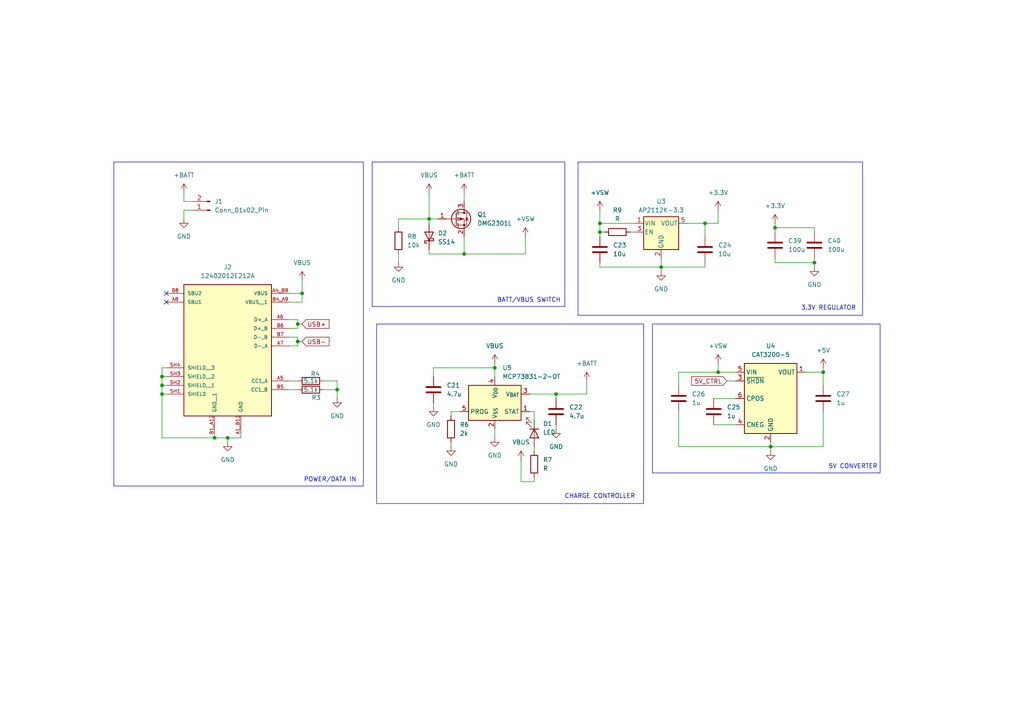
<source format=kicad_sch>
(kicad_sch (version 20231120) (generator "eeschema") (generator_version "8.0")
  (paper "A4")
  (lib_symbols
    (symbol "12402012E212A:12402012E212A" (pin_names (offset 1.016))
      (property "Reference" "J2" (at 0 17.78 0))
      (property "Value" "12402012E212A" (at 0 15.24 0))
      (symbol "12402012E212A_0_0"
        (rectangle (start -12.7 -25.4) (end 12.7 12.7) (stroke (width 0.254)) (fill (type background)))
        (pin power_in line (at 3.81 -30.48 90) (length 5.08) (name "GND") (number "A1_B12"))
        (pin power_in line (at 17.78 10.16 180) (length 5.08) (name "VBUS") (number "A4_B9"))
        (pin bidirectional line (at 17.78 -15.24 180) (length 5.08) (name "CC1_A") (number "A5"))
        (pin bidirectional line (at 17.78 2.54 180) (length 5.08) (name "D+_A") (number "A6"))
        (pin bidirectional line (at 17.78 -5.08 180) (length 5.08) (name "D-_A") (number "A7"))
        (pin bidirectional line (at -17.78 7.62 0) (length 5.08) (name "SBU1") (number "A8"))
        (pin power_in line (at -3.81 -30.48 90) (length 5.08) (name "GND__1") (number "B1_A12"))
        (pin power_in line (at 17.78 7.62 180) (length 5.08) (name "VBUS__1") (number "B4_A9"))
        (pin bidirectional line (at 17.78 -17.78 180) (length 5.08) (name "CC1_B") (number "B5"))
        (pin bidirectional line (at 17.78 0 180) (length 5.08) (name "D+_B") (number "B6"))
        (pin bidirectional line (at 17.78 -2.54 180) (length 5.08) (name "D-_B") (number "B7"))
        (pin bidirectional line (at -17.78 10.16 0) (length 5.08) (name "SBU2") (number "B8"))
        (pin passive line (at -17.78 -19.05 0) (length 5.08) (name "SHIELD") (number "SH1"))
        (pin passive line (at -17.78 -16.51 0) (length 5.08) (name "SHIELD__1") (number "SH2"))
        (pin passive line (at -17.78 -13.97 0) (length 5.08) (name "SHIELD__2") (number "SH3"))
        (pin passive line (at -17.78 -11.43 0) (length 5.08) (name "SHIELD__3") (number "SH4"))
      )
    )
    (symbol "Battery_Management:MCP73831-2-OT"
      (property "Reference" "U" (at -7.62 6.35 0))
      (property "Value" "MCP73831-2-OT" (at 1.27 6.35 0))
      (symbol "MCP73831-2-OT_0_1"
        (rectangle (start -7.62 5.08) (end 7.62 -5.08) (stroke (width 0.254)) (fill (type background)))
      )
      (symbol "MCP73831-2-OT_1_1"
        (pin tri_state line (at 10.16 -2.54 180) (length 2.54) (name "STAT") (number "1"))
        (pin power_in line (at 0 -7.62 90) (length 2.54) (name "V_{SS}") (number "2"))
        (pin power_out line (at 10.16 2.54 180) (length 2.54) (name "V_{BAT}") (number "3"))
        (pin power_in line (at 0 7.62 270) (length 2.54) (name "V_{DD}") (number "4"))
        (pin input line (at -10.16 -2.54 0) (length 2.54) (name "PROG") (number "5"))
      )
    )
    (symbol "Connector:Conn_01x02_Pin" (pin_names (offset 1.016) hide)
      (property "Reference" "J" (at 0 2.54 0))
      (property "Value" "Conn_01x02_Pin" (at 0 -5.08 0))
      (symbol "Conn_01x02_Pin_1_1"
        (polyline (pts (xy 1.27 -2.54) (xy 0.8636 -2.54)) (stroke (width 0.1524)))
        (polyline (pts (xy 1.27 0) (xy 0.8636 0)) (stroke (width 0.1524)))
        (rectangle (start 0.8636 -2.413) (end 0 -2.667) (stroke (width 0.1524)) (fill (type outline)))
        (rectangle (start 0.8636 0.127) (end 0 -0.127) (stroke (width 0.1524)) (fill (type outline)))
        (pin passive line (at 5.08 0 180) (length 3.81) (name "Pin_1") (number "1"))
        (pin passive line (at 5.08 -2.54 180) (length 3.81) (name "Pin_2") (number "2"))
      )
    )
    (symbol "Device:C" (pin_numbers hide) (pin_names (offset 0.254))
      (property "Reference" "C" (at 0.635 2.54 0))
      (property "Value" "C" (at 0.635 -2.54 0))
      (symbol "C_0_1"
        (polyline (pts (xy -2.032 -0.762) (xy 2.032 -0.762)) (stroke (width 0.508)))
        (polyline (pts (xy -2.032 0.762) (xy 2.032 0.762)) (stroke (width 0.508)))
      )
      (symbol "C_1_1"
        (pin passive line (at 0 3.81 270) (length 2.794) (name "~") (number "1"))
        (pin passive line (at 0 -3.81 90) (length 2.794) (name "~") (number "2"))
      )
    )
    (symbol "Device:LED" (pin_numbers hide) (pin_names (offset 1.016) hide)
      (property "Reference" "D" (at 0 2.54 0))
      (property "Value" "LED" (at 0 -2.54 0))
      (symbol "LED_0_1"
        (polyline (pts (xy -1.27 -1.27) (xy -1.27 1.27)) (stroke (width 0.254)))
        (polyline (pts (xy -1.27 0) (xy 1.27 0)))
        (polyline (pts (xy 1.27 -1.27) (xy 1.27 1.27) (xy -1.27 0) (xy 1.27 -1.27)) (stroke (width 0.254)))
        (polyline (pts (xy -3.048 -0.762) (xy -4.572 -2.286) (xy -3.81 -2.286) (xy -4.572 -2.286) (xy -4.572 -1.524)))
        (polyline (pts (xy -1.778 -0.762) (xy -3.302 -2.286) (xy -2.54 -2.286) (xy -3.302 -2.286) (xy -3.302 -1.524)))
      )
      (symbol "LED_1_1"
        (pin passive line (at -3.81 0 0) (length 2.54) (name "K") (number "1"))
        (pin passive line (at 3.81 0 180) (length 2.54) (name "A") (number "2"))
      )
    )
    (symbol "Device:R" (pin_numbers hide) (pin_names (offset 0))
      (property "Reference" "R" (at 2.032 0 90))
      (property "Value" "R" (at 0 0 90))
      (symbol "R_0_1"
        (rectangle (start -1.016 -2.54) (end 1.016 2.54) (stroke (width 0.254)))
      )
      (symbol "R_1_1"
        (pin passive line (at 0 3.81 270) (length 1.27) (name "~") (number "1"))
        (pin passive line (at 0 -3.81 90) (length 1.27) (name "~") (number "2"))
      )
    )
    (symbol "Diode:SS14" (pin_numbers hide) (pin_names (offset 1.016) hide)
      (property "Reference" "D" (at 0 2.54 0))
      (property "Value" "SS14" (at 0 -2.54 0))
      (symbol "SS14_0_1"
        (polyline (pts (xy 1.27 0) (xy -1.27 0)))
        (polyline (pts (xy 1.27 1.27) (xy 1.27 -1.27) (xy -1.27 0) (xy 1.27 1.27)) (stroke (width 0.254)))
        (polyline (pts (xy -1.905 0.635) (xy -1.905 1.27) (xy -1.27 1.27) (xy -1.27 -1.27) (xy -0.635 -1.27) (xy -0.635 -0.635)) (stroke (width 0.254)))
      )
      (symbol "SS14_1_1"
        (pin passive line (at -3.81 0 0) (length 2.54) (name "K") (number "1"))
        (pin passive line (at 3.81 0 180) (length 2.54) (name "A") (number "2"))
      )
    )
    (symbol "Regulator_Linear:AP2112K-3.3" (pin_names (offset 0.254))
      (property "Reference" "U" (at -5.08 5.715 0))
      (property "Value" "AP2112K-3.3" (at 0 5.715 0))
      (symbol "AP2112K-3.3_0_1"
        (rectangle (start -5.08 4.445) (end 5.08 -5.08) (stroke (width 0.254)) (fill (type background)))
      )
      (symbol "AP2112K-3.3_1_1"
        (pin power_in line (at -7.62 2.54 0) (length 2.54) (name "VIN") (number "1"))
        (pin power_in line (at 0 -7.62 90) (length 2.54) (name "GND") (number "2"))
        (pin input line (at -7.62 0 0) (length 2.54) (name "EN") (number "3"))
        (pin no_connect line (at 5.08 0 180) (length 2.54) hide (name "NC") (number "4"))
        (pin power_out line (at 7.62 2.54 180) (length 2.54) (name "VOUT") (number "5"))
      )
    )
    (symbol "Regulator_SwitchedCapacitor:CAT3200-5"
      (property "Reference" "U" (at 6.35 11.43 0))
      (property "Value" "CAT3200-5" (at 6.35 -11.43 0))
      (symbol "CAT3200-5_0_1"
        (rectangle (start -7.62 10.16) (end 7.62 -10.16) (stroke (width 0.254)) (fill (type background)))
      )
      (symbol "CAT3200-5_1_1"
        (pin power_out line (at 10.16 7.62 180) (length 2.54) (name "VOUT") (number "1"))
        (pin power_in line (at 0 -12.7 90) (length 2.54) (name "GND") (number "2"))
        (pin input line (at -10.16 5.08 0) (length 2.54) (name "~{SHDN}") (number "3"))
        (pin passive line (at -10.16 -7.62 0) (length 2.54) (name "CNEG") (number "4"))
        (pin power_in line (at -10.16 7.62 0) (length 2.54) (name "VIN") (number "5"))
        (pin passive line (at -10.16 0 0) (length 2.54) (name "CPOS") (number "6"))
      )
    )
    (symbol "Transistor_FET:DMG2301L" (pin_names hide)
      (property "Reference" "Q" (at 5.08 1.905 0))
      (property "Value" "DMG2301L" (at 5.08 0 0))
      (symbol "DMG2301L_0_1"
        (polyline (pts (xy 0.254 0) (xy -2.54 0)))
        (polyline (pts (xy 0.254 1.905) (xy 0.254 -1.905)) (stroke (width 0.254)))
        (polyline (pts (xy 0.762 -1.27) (xy 0.762 -2.286)) (stroke (width 0.254)))
        (polyline (pts (xy 0.762 0.508) (xy 0.762 -0.508)) (stroke (width 0.254)))
        (polyline (pts (xy 0.762 2.286) (xy 0.762 1.27)) (stroke (width 0.254)))
        (polyline (pts (xy 2.54 2.54) (xy 2.54 1.778)))
        (polyline (pts (xy 2.54 -2.54) (xy 2.54 0) (xy 0.762 0)))
        (polyline (pts (xy 0.762 1.778) (xy 3.302 1.778) (xy 3.302 -1.778) (xy 0.762 -1.778)))
        (polyline (pts (xy 2.286 0) (xy 1.27 0.381) (xy 1.27 -0.381) (xy 2.286 0)) (fill (type outline)))
        (polyline (pts (xy 2.794 -0.508) (xy 2.921 -0.381) (xy 3.683 -0.381) (xy 3.81 -0.254)))
        (polyline (pts (xy 3.302 -0.381) (xy 2.921 0.254) (xy 3.683 0.254) (xy 3.302 -0.381)))
        (circle (center 1.651 0) (radius 2.794) (stroke (width 0.254)))
        (circle (center 2.54 -1.778) (radius 0.254) (fill (type outline)))
        (circle (center 2.54 1.778) (radius 0.254) (fill (type outline)))
      )
      (symbol "DMG2301L_1_1"
        (pin input line (at -5.08 0 0) (length 2.54) (name "G") (number "1"))
        (pin passive line (at 2.54 -5.08 90) (length 2.54) (name "S") (number "2"))
        (pin passive line (at 2.54 5.08 270) (length 2.54) (name "D") (number "3"))
      )
    )
    (symbol "power:+3.3V" (power) (pin_numbers hide) (pin_names (offset 0) hide)
      (property "Value" "+3.3V" (at 0 3.556 0))
      (symbol "+3.3V_0_1"
        (polyline (pts (xy -0.762 1.27) (xy 0 2.54)))
        (polyline (pts (xy 0 0) (xy 0 2.54)))
        (polyline (pts (xy 0 2.54) (xy 0.762 1.27)))
      )
      (symbol "+3.3V_1_1"
        (pin power_in line (at 0 0 90) (length 0) (name "~") (number "1"))
      )
    )
    (symbol "power:+5V" (power) (pin_numbers hide) (pin_names (offset 0) hide)
      (property "Value" "+5V" (at 0 3.556 0))
      (symbol "+5V_0_1"
        (polyline (pts (xy -0.762 1.27) (xy 0 2.54)))
        (polyline (pts (xy 0 0) (xy 0 2.54)))
        (polyline (pts (xy 0 2.54) (xy 0.762 1.27)))
      )
      (symbol "+5V_1_1"
        (pin power_in line (at 0 0 90) (length 0) (name "~") (number "1"))
      )
    )
    (symbol "power:+BATT" (power) (pin_numbers hide) (pin_names (offset 0) hide)
      (property "Value" "+BATT" (at 0 3.556 0))
      (symbol "+BATT_0_1"
        (polyline (pts (xy -0.762 1.27) (xy 0 2.54)))
        (polyline (pts (xy 0 0) (xy 0 2.54)))
        (polyline (pts (xy 0 2.54) (xy 0.762 1.27)))
      )
      (symbol "+BATT_1_1"
        (pin power_in line (at 0 0 90) (length 0) (name "~") (number "1"))
      )
    )
    (symbol "power:+VSW" (power) (pin_numbers hide) (pin_names (offset 0) hide)
      (property "Value" "+VSW" (at 0 3.556 0))
      (symbol "+VSW_0_1"
        (polyline (pts (xy -0.762 1.27) (xy 0 2.54)))
        (polyline (pts (xy 0 0) (xy 0 2.54)))
        (polyline (pts (xy 0 2.54) (xy 0.762 1.27)))
      )
      (symbol "+VSW_1_1"
        (pin power_in line (at 0 0 90) (length 0) (name "~") (number "1"))
      )
    )
    (symbol "power:GND" (power) (pin_numbers hide) (pin_names (offset 0) hide)
      (property "Value" "GND" (at 0 -3.81 0))
      (symbol "GND_0_1"
        (polyline (pts (xy 0 0) (xy 0 -1.27) (xy 1.27 -1.27) (xy 0 -2.54) (xy -1.27 -1.27) (xy 0 -1.27)))
      )
      (symbol "GND_1_1"
        (pin power_in line (at 0 0 270) (length 0) (name "~") (number "1"))
      )
    )
    (symbol "power:VBUS" (power) (pin_numbers hide) (pin_names (offset 0) hide)
      (property "Value" "VBUS" (at 0 3.556 0))
      (symbol "VBUS_0_1"
        (polyline (pts (xy -0.762 1.27) (xy 0 2.54)))
        (polyline (pts (xy 0 0) (xy 0 2.54)))
        (polyline (pts (xy 0 2.54) (xy 0.762 1.27)))
      )
      (symbol "VBUS_1_1"
        (pin power_in line (at 0 0 90) (length 0) (name "~") (number "1"))
      )
    )
  )
  (junction (at 223.52 129.54))
  (junction (at 46.99 109.22))
  (junction (at 124.46 63.5))
  (junction (at 62.23 127))
  (junction (at 173.99 67.31))
  (junction (at 224.79 66.04))
  (junction (at 204.47 64.77))
  (junction (at 143.51 106.68))
  (junction (at 66.04 127))
  (junction (at 86.36 99.06))
  (junction (at 236.22 76.2))
  (junction (at 46.99 114.3))
  (junction (at 86.36 93.98))
  (junction (at 161.29 114.3))
  (junction (at 208.28 107.95))
  (junction (at 173.99 64.77))
  (junction (at 238.76 107.95))
  (junction (at 87.63 85.09))
  (junction (at 134.62 73.66))
  (junction (at 97.79 113.03))
  (junction (at 46.99 111.76))
  (junction (at 191.77 77.47))
  (no_connect (at 48.26 87.63))
  (no_connect (at 48.26 85.09))
  (wire (pts (xy 238.76 119.38) (xy 238.76 129.54)))
  (wire (pts (xy 46.99 111.76) (xy 48.26 111.76)))
  (wire (pts (xy 182.88 67.31) (xy 184.15 67.31)))
  (wire (pts (xy 86.36 95.25) (xy 86.36 93.98)))
  (wire (pts (xy 210.82 110.49) (xy 213.36 110.49)))
  (wire (pts (xy 46.99 109.22) (xy 46.99 106.68)))
  (wire (pts (xy 86.36 93.98) (xy 87.63 93.98)))
  (wire (pts (xy 46.99 106.68) (xy 48.26 106.68)))
  (wire (pts (xy 223.52 128.27) (xy 223.52 129.54)))
  (wire (pts (xy 46.99 111.76) (xy 46.99 109.22)))
  (wire (pts (xy 125.73 109.22) (xy 125.73 106.68)))
  (wire (pts (xy 53.34 55.88) (xy 53.34 58.42)))
  (wire (pts (xy 154.94 139.7) (xy 154.94 138.43)))
  (wire (pts (xy 154.94 119.38) (xy 153.67 119.38)))
  (wire (pts (xy 53.34 58.42) (xy 55.88 58.42)))
  (wire (pts (xy 86.36 97.79) (xy 86.36 99.06)))
  (wire (pts (xy 196.85 107.95) (xy 208.28 107.95)))
  (wire (pts (xy 173.99 68.58) (xy 173.99 67.31)))
  (wire (pts (xy 173.99 60.96) (xy 173.99 64.77)))
  (wire (pts (xy 134.62 55.88) (xy 134.62 58.42)))
  (wire (pts (xy 130.81 128.27) (xy 130.81 129.54)))
  (wire (pts (xy 93.98 113.03) (xy 97.79 113.03)))
  (wire (pts (xy 161.29 115.57) (xy 161.29 114.3)))
  (wire (pts (xy 66.04 128.27) (xy 66.04 127)))
  (wire (pts (xy 83.82 113.03) (xy 86.36 113.03)))
  (wire (pts (xy 173.99 64.77) (xy 184.15 64.77)))
  (wire (pts (xy 173.99 64.77) (xy 173.99 67.31)))
  (wire (pts (xy 83.82 87.63) (xy 87.63 87.63)))
  (wire (pts (xy 86.36 92.71) (xy 86.36 93.98)))
  (wire (pts (xy 238.76 129.54) (xy 223.52 129.54)))
  (wire (pts (xy 130.81 119.38) (xy 133.35 119.38)))
  (wire (pts (xy 236.22 66.04) (xy 224.79 66.04)))
  (wire (pts (xy 191.77 74.93) (xy 191.77 77.47)))
  (wire (pts (xy 208.28 60.96) (xy 208.28 64.77)))
  (wire (pts (xy 152.4 68.58) (xy 152.4 73.66)))
  (wire (pts (xy 46.99 114.3) (xy 46.99 127)))
  (wire (pts (xy 46.99 109.22) (xy 48.26 109.22)))
  (wire (pts (xy 83.82 100.33) (xy 86.36 100.33)))
  (wire (pts (xy 130.81 120.65) (xy 130.81 119.38)))
  (wire (pts (xy 154.94 129.54) (xy 154.94 130.81)))
  (wire (pts (xy 204.47 68.58) (xy 204.47 64.77)))
  (wire (pts (xy 224.79 74.93) (xy 224.79 76.2)))
  (wire (pts (xy 97.79 110.49) (xy 97.79 113.03)))
  (wire (pts (xy 115.57 73.66) (xy 115.57 76.2)))
  (wire (pts (xy 53.34 60.96) (xy 55.88 60.96)))
  (wire (pts (xy 86.36 100.33) (xy 86.36 99.06)))
  (wire (pts (xy 69.85 127) (xy 66.04 127)))
  (wire (pts (xy 66.04 127) (xy 62.23 127)))
  (wire (pts (xy 207.01 115.57) (xy 213.36 115.57)))
  (wire (pts (xy 161.29 123.19) (xy 161.29 124.46)))
  (wire (pts (xy 125.73 106.68) (xy 143.51 106.68)))
  (wire (pts (xy 154.94 121.92) (xy 154.94 119.38)))
  (wire (pts (xy 236.22 76.2) (xy 236.22 74.93)))
  (wire (pts (xy 62.23 127) (xy 62.23 125.73)))
  (wire (pts (xy 173.99 67.31) (xy 175.26 67.31)))
  (wire (pts (xy 170.18 110.49) (xy 170.18 114.3)))
  (wire (pts (xy 48.26 114.3) (xy 46.99 114.3)))
  (wire (pts (xy 208.28 105.41) (xy 208.28 107.95)))
  (wire (pts (xy 196.85 111.76) (xy 196.85 107.95)))
  (wire (pts (xy 191.77 77.47) (xy 204.47 77.47)))
  (wire (pts (xy 151.13 139.7) (xy 154.94 139.7)))
  (wire (pts (xy 115.57 63.5) (xy 124.46 63.5)))
  (wire (pts (xy 143.51 105.41) (xy 143.51 106.68)))
  (wire (pts (xy 204.47 64.77) (xy 199.39 64.77)))
  (wire (pts (xy 69.85 125.73) (xy 69.85 127)))
  (wire (pts (xy 53.34 63.5) (xy 53.34 60.96)))
  (wire (pts (xy 224.79 76.2) (xy 236.22 76.2)))
  (wire (pts (xy 173.99 76.2) (xy 173.99 77.47)))
  (wire (pts (xy 238.76 107.95) (xy 238.76 106.68)))
  (wire (pts (xy 223.52 130.81) (xy 223.52 129.54)))
  (wire (pts (xy 87.63 87.63) (xy 87.63 85.09)))
  (wire (pts (xy 143.51 124.46) (xy 143.51 127)))
  (wire (pts (xy 236.22 67.31) (xy 236.22 66.04)))
  (wire (pts (xy 124.46 55.88) (xy 124.46 63.5)))
  (wire (pts (xy 208.28 64.77) (xy 204.47 64.77)))
  (wire (pts (xy 238.76 107.95) (xy 238.76 111.76)))
  (wire (pts (xy 224.79 64.77) (xy 224.79 66.04)))
  (wire (pts (xy 196.85 129.54) (xy 223.52 129.54)))
  (wire (pts (xy 196.85 119.38) (xy 196.85 129.54)))
  (wire (pts (xy 207.01 123.19) (xy 213.36 123.19)))
  (wire (pts (xy 86.36 99.06) (xy 87.63 99.06)))
  (wire (pts (xy 143.51 106.68) (xy 143.51 109.22)))
  (wire (pts (xy 83.82 92.71) (xy 86.36 92.71)))
  (wire (pts (xy 191.77 77.47) (xy 191.77 78.74)))
  (wire (pts (xy 83.82 97.79) (xy 86.36 97.79)))
  (wire (pts (xy 83.82 85.09) (xy 87.63 85.09)))
  (wire (pts (xy 236.22 76.2) (xy 236.22 77.47)))
  (wire (pts (xy 170.18 114.3) (xy 161.29 114.3)))
  (wire (pts (xy 46.99 127) (xy 62.23 127)))
  (wire (pts (xy 97.79 110.49) (xy 93.98 110.49)))
  (wire (pts (xy 46.99 114.3) (xy 46.99 111.76)))
  (wire (pts (xy 124.46 73.66) (xy 134.62 73.66)))
  (wire (pts (xy 124.46 64.77) (xy 124.46 63.5)))
  (wire (pts (xy 161.29 114.3) (xy 153.67 114.3)))
  (wire (pts (xy 97.79 113.03) (xy 97.79 115.57)))
  (wire (pts (xy 204.47 76.2) (xy 204.47 77.47)))
  (wire (pts (xy 87.63 85.09) (xy 87.63 81.28)))
  (wire (pts (xy 125.73 116.84) (xy 125.73 118.11)))
  (wire (pts (xy 152.4 73.66) (xy 134.62 73.66)))
  (wire (pts (xy 151.13 133.35) (xy 151.13 139.7)))
  (wire (pts (xy 115.57 66.04) (xy 115.57 63.5)))
  (wire (pts (xy 83.82 110.49) (xy 86.36 110.49)))
  (wire (pts (xy 124.46 63.5) (xy 127 63.5)))
  (wire (pts (xy 233.68 107.95) (xy 238.76 107.95)))
  (wire (pts (xy 83.82 95.25) (xy 86.36 95.25)))
  (wire (pts (xy 124.46 72.39) (xy 124.46 73.66)))
  (wire (pts (xy 134.62 73.66) (xy 134.62 68.58)))
  (wire (pts (xy 208.28 107.95) (xy 213.36 107.95)))
  (wire (pts (xy 224.79 66.04) (xy 224.79 67.31)))
  (wire (pts (xy 173.99 77.47) (xy 191.77 77.47)))
  (rectangle (start 107.95 46.99) (end 163.83 88.9))
  (rectangle (start 33.02 46.99) (end 105.41 140.97))
  (rectangle (start 167.64 46.99) (end 250.19 91.44))
  (rectangle (start 109.22 93.98) (end 186.69 146.05))
  (rectangle (start 189.23 93.98) (end 255.27 137.16))
  (text "POWER/DATA IN" (at 95.758 139.192 0) (effects (font (size 1.27 1.27))))
  (text "BATT/VBUS SWITCH" (at 153.416 87.122 0) (effects (font (size 1.27 1.27))))
  (text "5V CONVERTER" (at 247.396 135.382 0) (effects (font (size 1.27 1.27))))
  (text "3.3V REGULATOR" (at 240.284 89.408 0) (effects (font (size 1.27 1.27))))
  (text "CHARGE CONTROLLER" (at 173.99 144.018 0) (effects (font (size 1.27 1.27))))
  (global_label "USB-" (shape input) (at 87.63 99.06 0) (property "Intersheetrefs" "${INTERSHEET_REFS}" (effects (hide yes))))
  (global_label "5V_CTRL" (shape input) (at 210.82 110.49 180) (property "Intersheetrefs" "${INTERSHEET_REFS}" (effects (hide yes))))
  (global_label "USB+" (shape input) (at 87.63 93.98 0) (property "Intersheetrefs" "${INTERSHEET_REFS}" (effects (hide yes))))
  (symbol (lib_id "power:GND") (at 125.73 118.11 0) (unit 1)
    (property "Reference" "#PWR029" (effects (hide yes)))
    (property "Value" "GND" (at 125.73 123.19 0))
    (property "Description" "Power symbol creates a global label with name \"GND\" , ground" (effects (hide yes)))
  )
  (symbol (lib_id "power:+5V") (at 238.76 106.68 0) (unit 1)
    (property "Reference" "#PWR038" (effects (hide yes)))
    (property "Value" "+5V" (at 238.76 101.6 0))
    (property "Description" "Power symbol creates a global label with name \"+5V\"" (effects (hide yes)))
  )
  (symbol (lib_id "Device:R") (at 179.07 67.31 90) (unit 1)
    (property "Reference" "R9" (at 179.07 60.96 90))
    (property "Value" "R" (at 179.07 63.5 90))
    (property "Footprint" "Resistor_SMD:R_0805_2012Metric_Pad1.20x1.40mm_HandSolder" (effects (hide yes)))
    (property "Description" "Resistor" (effects (hide yes)))
  )
  (symbol (lib_id "power:GND") (at 53.34 63.5 0) (unit 1)
    (property "Reference" "#PWR041" (effects (hide yes)))
    (property "Value" "GND" (at 53.34 68.58 0))
    (property "Description" "Power symbol creates a global label with name \"GND\" , ground" (effects (hide yes)))
  )
  (symbol (lib_id "power:GND") (at 161.29 124.46 0) (unit 1)
    (property "Reference" "#PWR030" (effects (hide yes)))
    (property "Value" "GND" (at 161.29 129.54 0))
    (property "Description" "Power symbol creates a global label with name \"GND\" , ground" (effects (hide yes)))
  )
  (symbol (lib_id "Device:C") (at 238.76 115.57 0) (unit 1)
    (property "Reference" "C27" (at 242.57 114.2999 0) (effects (justify left)))
    (property "Value" "1u" (at 242.57 116.8399 0) (effects (justify left)))
    (property "Footprint" "Capacitor_SMD:C_0805_2012Metric_Pad1.18x1.45mm_HandSolder" (effects (hide yes)))
  )
  (symbol (lib_id "power:GND") (at 143.51 127 0) (unit 1)
    (property "Reference" "#PWR027" (effects (hide yes)))
    (property "Value" "GND" (at 143.51 132.08 0))
    (property "Description" "Power symbol creates a global label with name \"GND\" , ground" (effects (hide yes)))
  )
  (symbol (lib_id "power:+3.3V") (at 224.79 64.77 0) (unit 1)
    (property "Reference" "#PWR057" (effects (hide yes)))
    (property "Value" "+3.3V" (at 224.79 59.69 0))
    (property "Description" "Power symbol creates a global label with name \"+3.3V\"" (effects (hide yes)))
  )
  (symbol (lib_id "power:+BATT") (at 134.62 55.88 0) (unit 1)
    (property "Reference" "#PWR032" (effects (hide yes)))
    (property "Value" "+BATT" (at 134.62 50.8 0))
    (property "Description" "Power symbol creates a global label with name \"+BATT\"" (effects (hide yes)))
  )
  (symbol (lib_id "power:+3.3V") (at 208.28 60.96 0) (unit 1)
    (property "Reference" "#PWR037" (effects (hide yes)))
    (property "Value" "+3.3V" (at 208.28 55.88 0))
    (property "Description" "Power symbol creates a global label with name \"+3.3V\"" (effects (hide yes)))
  )
  (symbol (lib_id "power:+VSW") (at 173.99 60.96 0) (unit 1)
    (property "Reference" "#PWR035" (effects (hide yes)))
    (property "Value" "+VSW" (at 173.99 55.88 0))
    (property "Description" "Power symbol creates a global label with name \"+VSW\"" (effects (hide yes)))
  )
  (symbol (lib_id "Regulator_SwitchedCapacitor:CAT3200-5") (at 223.52 115.57 0) (unit 1)
    (property "Reference" "U4" (at 223.52 100.33 0))
    (property "Value" "CAT3200-5" (at 223.52 102.87 0))
    (property "Footprint" "Package_TO_SOT_SMD:SOT-23-6" (effects (hide yes)))
    (property "Datasheet" "https://www.onsemi.com/pdf/datasheet/cat3200-d.pdf" (effects (hide yes)))
    (property "Description" "Low Noise Regulated Charge Pump DC-DC Converter, 5 V, 100 mA, SOT-23-6" (effects (hide yes)))
  )
  (symbol (lib_id "power:VBUS") (at 124.46 55.88 0) (unit 1)
    (property "Reference" "#PWR024" (effects (hide yes)))
    (property "Value" "VBUS" (at 124.46 50.8 0))
    (property "Description" "Power symbol creates a global label with name \"VBUS\"" (effects (hide yes)))
  )
  (symbol (lib_id "Device:LED") (at 154.94 125.73 270) (unit 1)
    (property "Reference" "D1" (at 157.48 122.8724 90) (effects (justify left)))
    (property "Value" "LED" (at 157.48 125.4124 90) (effects (justify left)))
    (property "Footprint" "LED_SMD:LED_1206_3216Metric_Pad1.42x1.75mm_HandSolder" (effects (hide yes)))
    (property "Description" "Light emitting diode" (effects (hide yes)))
  )
  (symbol (lib_id "Battery_Management:MCP73831-2-OT") (at 143.51 116.84 0) (unit 1)
    (property "Reference" "U5" (at 145.7041 106.68 0) (effects (justify left)))
    (property "Value" "MCP73831-2-OT" (at 145.7041 109.22 0) (effects (justify left)))
    (property "Footprint" "Package_TO_SOT_SMD:SOT-23-5" (effects (hide yes)))
    (property "Datasheet" "http://ww1.microchip.com/downloads/en/DeviceDoc/20001984g.pdf" (effects (hide yes)))
    (property "Description" "Single cell, Li-Ion/Li-Po charge management controller, 4.20V, Tri-State Status Output, in SOT23-5 package" (effects (hide yes)))
  )
  (symbol (lib_id "power:VBUS") (at 87.63 81.28 0) (unit 1)
    (property "Reference" "#PWR018" (effects (hide yes)))
    (property "Value" "VBUS" (at 87.63 76.2 0))
    (property "Description" "Power symbol creates a global label with name \"VBUS\"" (effects (hide yes)))
  )
  (symbol (lib_id "power:+VSW") (at 208.28 105.41 0) (unit 1)
    (property "Reference" "#PWR036" (effects (hide yes)))
    (property "Value" "+VSW" (at 208.28 100.33 0))
    (property "Description" "Power symbol creates a global label with name \"+VSW\"" (effects (hide yes)))
  )
  (symbol (lib_id "Diode:SS14") (at 124.46 68.58 90) (unit 1)
    (property "Reference" "D2" (at 127 67.6274 90) (effects (justify right)))
    (property "Value" "SS14" (at 127 70.1674 90) (effects (justify right)))
    (property "Footprint" "Diode_SMD:D_SMA" (effects (hide yes)))
    (property "Datasheet" "https://www.vishay.com/docs/88746/ss12.pdf" (effects (hide yes)))
    (property "Description" "40V 1A Schottky Diode, SMA" (effects (hide yes)))
  )
  (symbol (lib_id "power:GND") (at 97.79 115.57 0) (unit 1)
    (property "Reference" "#PWR020" (effects (hide yes)))
    (property "Value" "GND" (at 97.79 120.65 0))
    (property "Description" "Power symbol creates a global label with name \"GND\" , ground" (effects (hide yes)))
  )
  (symbol (lib_id "power:GND") (at 236.22 77.47 0) (unit 1)
    (property "Reference" "#PWR058" (effects (hide yes)))
    (property "Value" "GND" (at 236.22 82.55 0))
    (property "Description" "Power symbol creates a global label with name \"GND\" , ground" (effects (hide yes)))
  )
  (symbol (lib_id "Transistor_FET:DMG2301L") (at 132.08 63.5 0) (unit 1)
    (property "Reference" "Q1" (at 138.43 62.2299 0) (effects (justify left)))
    (property "Value" "DMG2301L" (at 138.43 64.7699 0) (effects (justify left)))
    (property "Footprint" "Package_TO_SOT_SMD:SOT-23" (effects (hide yes)))
    (property "Datasheet" "https://www.diodes.com/assets/Datasheets/DMG2301L.pdf" (effects (hide yes)))
    (property "Description" "-3A Id, -20V Vds, P-Channel MOSFET, SOT-23" (effects (hide yes)))
  )
  (symbol (lib_id "power:+VSW") (at 152.4 68.58 0) (unit 1)
    (property "Reference" "#PWR034" (effects (hide yes)))
    (property "Value" "+VSW" (at 152.4 63.5 0))
    (property "Description" "Power symbol creates a global label with name \"+VSW\"" (effects (hide yes)))
  )
  (symbol (lib_id "Device:C") (at 224.79 71.12 0) (unit 1)
    (property "Reference" "C39" (at 228.6 69.8499 0) (effects (justify left)))
    (property "Value" "100u" (at 228.6 72.3899 0) (effects (justify left)))
    (property "Footprint" "Capacitor_SMD:C_0805_2012Metric_Pad1.18x1.45mm_HandSolder" (effects (hide yes)))
    (property "Description" "Unpolarized capacitor" (effects (hide yes)))
  )
  (symbol (lib_id "Device:C") (at 125.73 113.03 0) (unit 1)
    (property "Reference" "C21" (at 129.54 111.7599 0) (effects (justify left)))
    (property "Value" "4.7u" (at 129.54 114.2999 0) (effects (justify left)))
    (property "Footprint" "Capacitor_SMD:C_0805_2012Metric_Pad1.18x1.45mm_HandSolder" (effects (hide yes)))
    (property "Description" "Unpolarized capacitor" (effects (hide yes)))
  )
  (symbol (lib_id "Device:C") (at 204.47 72.39 0) (unit 1)
    (property "Reference" "C24" (at 208.28 71.1199 0) (effects (justify left)))
    (property "Value" "10u" (at 208.28 73.6599 0) (effects (justify left)))
    (property "Footprint" "Capacitor_SMD:C_0805_2012Metric_Pad1.18x1.45mm_HandSolder" (effects (hide yes)))
    (property "Description" "Unpolarized capacitor" (effects (hide yes)))
  )
  (symbol (lib_id "Device:R") (at 130.81 124.46 0) (unit 1)
    (property "Reference" "R6" (at 133.35 123.1899 0) (effects (justify left)))
    (property "Value" "2k" (at 133.35 125.7299 0) (effects (justify left)))
    (property "Footprint" "Resistor_SMD:R_0805_2012Metric_Pad1.20x1.40mm_HandSolder" (effects (hide yes)))
    (property "Description" "Resistor" (effects (hide yes)))
  )
  (symbol (lib_id "power:GND") (at 130.81 129.54 0) (unit 1)
    (property "Reference" "#PWR028" (effects (hide yes)))
    (property "Value" "GND" (at 130.81 134.62 0))
    (property "Description" "Power symbol creates a global label with name \"GND\" , ground" (effects (hide yes)))
  )
  (symbol (lib_id "Device:C") (at 196.85 115.57 0) (unit 1)
    (property "Reference" "C26" (at 200.66 114.2999 0) (effects (justify left)))
    (property "Value" "1u" (at 200.66 116.8399 0) (effects (justify left)))
    (property "Footprint" "Capacitor_SMD:C_0805_2012Metric_Pad1.18x1.45mm_HandSolder" (effects (hide yes)))
    (property "Description" "Unpolarized capacitor" (effects (hide yes)))
  )
  (symbol (lib_id "Connector:Conn_01x02_Pin") (at 60.96 60.96 180) (unit 1)
    (property "Reference" "J1" (at 62.23 58.4199 0) (effects (justify right)))
    (property "Value" "Conn_01x02_Pin" (at 62.23 60.9599 0) (effects (justify right)))
    (property "Footprint" "Connector_JST:JST_PH_B2B-PH-K_1x02_P2.00mm_Vertical" (effects (hide yes)))
    (property "Description" "Generic connector, single row, 01x02, script generated" (effects (hide yes)))
  )
  (symbol (lib_id "Device:R") (at 90.17 110.49 90) (unit 1)
    (property "Reference" "R4" (at 91.44 108.458 90))
    (property "Value" "5.1k" (at 90.17 110.49 90))
    (property "Footprint" "Resistor_SMD:R_0805_2012Metric_Pad1.20x1.40mm_HandSolder" (effects (hide yes)))
    (property "Description" "Resistor" (effects (hide yes)))
  )
  (symbol (lib_id "Regulator_Linear:AP2112K-3.3") (at 191.77 67.31 0) (unit 1)
    (property "Reference" "U3" (at 191.77 58.42 0))
    (property "Value" "AP2112K-3.3" (at 191.77 60.96 0))
    (property "Footprint" "Package_TO_SOT_SMD:SOT-23-5" (effects (hide yes)))
    (property "Datasheet" "https://www.diodes.com/assets/Datasheets/AP2112.pdf" (effects (hide yes)))
    (property "Description" "600mA low dropout linear regulator, with enable pin, 3.8V-6V input voltage range, 3.3V fixed positive output, SOT-23-5" (effects (hide yes)))
  )
  (symbol (lib_id "Device:C") (at 236.22 71.12 0) (unit 1)
    (property "Reference" "C40" (at 240.03 69.8499 0) (effects (justify left)))
    (property "Value" "100u" (at 240.03 72.3899 0) (effects (justify left)))
    (property "Footprint" "Capacitor_SMD:C_0805_2012Metric_Pad1.18x1.45mm_HandSolder" (effects (hide yes)))
    (property "Description" "Unpolarized capacitor" (effects (hide yes)))
  )
  (symbol (lib_id "12402012E212A:12402012E212A") (at 66.04 95.25 0) (unit 1)
    (property "Reference" "J2" (at 66.04 77.47 0))
    (property "Value" "12402012E212A" (at 66.04 80.01 0))
    (property "Footprint" "usbc:AMPHENOL_12402012E212A" (effects (hide yes)))
    (property "PARTREV" "4" (effects (hide yes)))
    (property "STANDARD" "Manufacturer Recommendations" (effects (hide yes)))
    (property "MAXIMUM_PACKAGE_HEIGHT" "3.26 mm" (effects (hide yes)))
    (property "MANUFACTURER" "Amphenol" (effects (hide yes)))
  )
  (symbol (lib_id "Device:C") (at 207.01 119.38 0) (unit 1)
    (property "Reference" "C25" (at 210.82 118.1099 0) (effects (justify left)))
    (property "Value" "1u" (at 210.82 120.6499 0) (effects (justify left)))
    (property "Footprint" "Capacitor_SMD:C_0805_2012Metric_Pad1.18x1.45mm_HandSolder" (effects (hide yes)))
  )
  (symbol (lib_id "power:+BATT") (at 53.34 55.88 0) (unit 1)
    (property "Reference" "#PWR042" (effects (hide yes)))
    (property "Value" "+BATT" (at 53.34 50.8 0))
    (property "Description" "Power symbol creates a global label with name \"+BATT\"" (effects (hide yes)))
  )
  (symbol (lib_id "Device:C") (at 161.29 119.38 0) (unit 1)
    (property "Reference" "C22" (at 165.1 118.1099 0) (effects (justify left)))
    (property "Value" "4.7u" (at 165.1 120.6499 0) (effects (justify left)))
    (property "Footprint" "Capacitor_SMD:C_0805_2012Metric_Pad1.18x1.45mm_HandSolder" (effects (hide yes)))
    (property "Description" "Unpolarized capacitor" (effects (hide yes)))
  )
  (symbol (lib_id "power:GND") (at 223.52 130.81 0) (unit 1)
    (property "Reference" "#PWR022" (effects (hide yes)))
    (property "Value" "GND" (at 223.52 135.89 0))
    (property "Description" "Power symbol creates a global label with name \"GND\" , ground" (effects (hide yes)))
  )
  (symbol (lib_id "power:GND") (at 66.04 128.27 0) (unit 1)
    (property "Reference" "#PWR019" (effects (hide yes)))
    (property "Value" "GND" (at 66.04 133.35 0))
    (property "Description" "Power symbol creates a global label with name \"GND\" , ground" (effects (hide yes)))
  )
  (symbol (lib_id "Device:R") (at 90.17 113.03 90) (unit 1)
    (property "Reference" "R3" (at 91.694 115.316 90))
    (property "Value" "5.1k" (at 90.17 113.03 90))
    (property "Footprint" "Resistor_SMD:R_0805_2012Metric_Pad1.20x1.40mm_HandSolder" (effects (hide yes)))
    (property "Description" "Resistor" (effects (hide yes)))
  )
  (symbol (lib_id "power:+BATT") (at 170.18 110.49 0) (unit 1)
    (property "Reference" "#PWR021" (effects (hide yes)))
    (property "Value" "+BATT" (at 170.18 105.41 0))
    (property "Description" "Power symbol creates a global label with name \"+BATT\"" (effects (hide yes)))
  )
  (symbol (lib_id "power:VBUS") (at 151.13 133.35 0) (unit 1)
    (property "Reference" "#PWR031" (effects (hide yes)))
    (property "Value" "VBUS" (at 151.13 128.27 0))
    (property "Description" "Power symbol creates a global label with name \"VBUS\"" (effects (hide yes)))
  )
  (symbol (lib_id "power:GND") (at 115.57 76.2 0) (unit 1)
    (property "Reference" "#PWR033" (effects (hide yes)))
    (property "Value" "GND" (at 115.57 81.28 0))
    (property "Description" "Power symbol creates a global label with name \"GND\" , ground" (effects (hide yes)))
  )
  (symbol (lib_id "power:GND") (at 191.77 78.74 0) (unit 1)
    (property "Reference" "#PWR023" (effects (hide yes)))
    (property "Value" "GND" (at 191.77 83.82 0))
    (property "Description" "Power symbol creates a global label with name \"GND\" , ground" (effects (hide yes)))
  )
  (symbol (lib_id "power:VBUS") (at 143.51 105.41 0) (unit 1)
    (property "Reference" "#PWR026" (effects (hide yes)))
    (property "Value" "VBUS" (at 143.51 100.33 0))
    (property "Description" "Power symbol creates a global label with name \"VBUS\"" (effects (hide yes)))
  )
  (symbol (lib_id "Device:C") (at 173.99 72.39 0) (unit 1)
    (property "Reference" "C23" (at 177.8 71.1199 0) (effects (justify left)))
    (property "Value" "10u" (at 177.8 73.6599 0) (effects (justify left)))
    (property "Footprint" "Capacitor_SMD:C_0805_2012Metric_Pad1.18x1.45mm_HandSolder" (effects (hide yes)))
    (property "Description" "Unpolarized capacitor" (effects (hide yes)))
  )
  (symbol (lib_id "Device:R") (at 154.94 134.62 0) (unit 1)
    (property "Reference" "R7" (at 157.48 133.3499 0) (effects (justify left)))
    (property "Value" "R" (at 157.48 135.8899 0) (effects (justify left)))
    (property "Footprint" "Resistor_SMD:R_0805_2012Metric_Pad1.20x1.40mm_HandSolder" (effects (hide yes)))
    (property "Description" "Resistor" (effects (hide yes)))
  )
  (symbol (lib_id "Device:R") (at 115.57 69.85 0) (unit 1)
    (property "Reference" "R8" (at 118.11 68.5799 0) (effects (justify left)))
    (property "Value" "10k" (at 118.11 71.1199 0) (effects (justify left)))
    (property "Footprint" "Resistor_SMD:R_0805_2012Metric_Pad1.20x1.40mm_HandSolder" (effects (hide yes)))
    (property "Description" "Resistor" (effects (hide yes)))
  )
)
</source>
